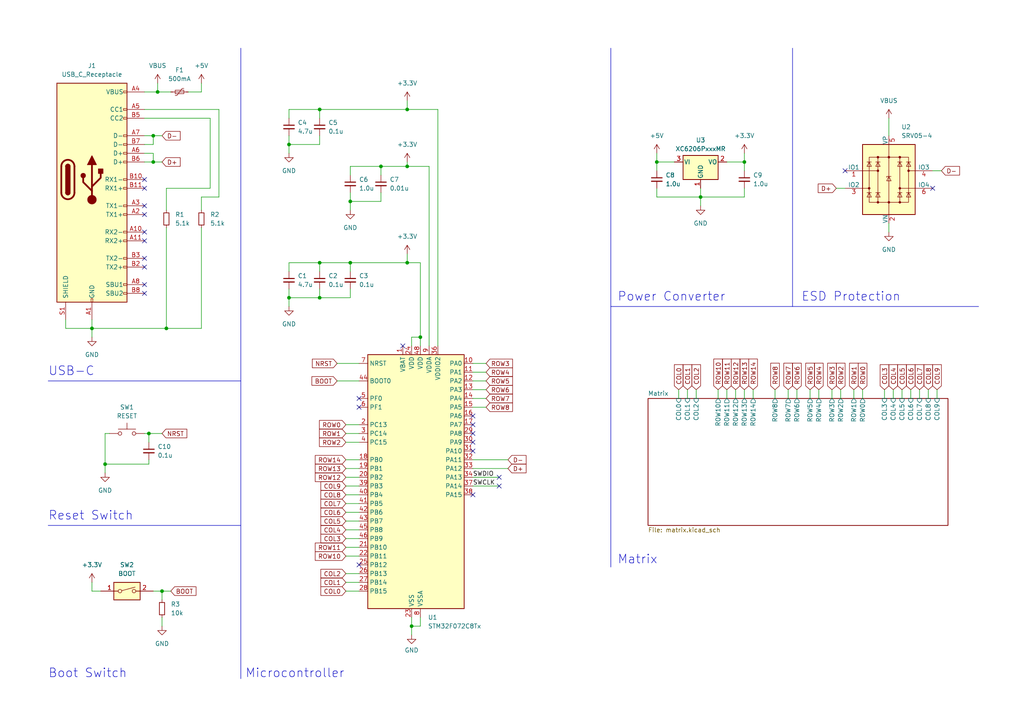
<source format=kicad_sch>
(kicad_sch (version 20230121) (generator eeschema)
  (paper "A4")
  (title_block (title "Intfield77") (date "2023-08-15") (rev "1.0"))
  (lib_symbols
    (symbol "Connector:USB_C_Receptacle" (pin_names (offset 1.016))
      (property "Reference" "J" (at -10.16 29.21 0))
      (property "Value" "USB_C_Receptacle" (at 10.16 29.21 0))
      (symbol "USB_C_Receptacle_0_0"
        (rectangle (start -0.254 -35.56) (end 0.254 -34.544))
        (rectangle (start 10.16 -32.766) (end 9.144 -33.274))
        (rectangle (start 10.16 -30.226) (end 9.144 -30.734))
        (rectangle (start 10.16 -25.146) (end 9.144 -25.654))
        (rectangle (start 10.16 -22.606) (end 9.144 -23.114))
        (rectangle (start 10.16 -17.526) (end 9.144 -18.034))
        (rectangle (start 10.16 -14.986) (end 9.144 -15.494))
        (rectangle (start 10.16 -9.906) (end 9.144 -10.414))
        (rectangle (start 10.16 -7.366) (end 9.144 -7.874))
        (rectangle (start 10.16 -2.286) (end 9.144 -2.794))
        (rectangle (start 10.16 0.254) (end 9.144 -0.254))
        (rectangle (start 10.16 5.334) (end 9.144 4.826))
        (rectangle (start 10.16 7.874) (end 9.144 7.366))
        (rectangle (start 10.16 10.414) (end 9.144 9.906))
        (rectangle (start 10.16 12.954) (end 9.144 12.446))
        (rectangle (start 10.16 18.034) (end 9.144 17.526))
        (rectangle (start 10.16 20.574) (end 9.144 20.066))
        (rectangle (start 10.16 25.654) (end 9.144 25.146))
      )
      (symbol "USB_C_Receptacle_0_1"
        (rectangle (start -10.16 27.94) (end 10.16 -35.56) (stroke (width 0.254)) (fill (type background)))
        (arc (start -8.89 -3.81) (mid -6.985 -5.7067) (end -5.08 -3.81) (stroke (width 0.508)))
        (arc (start -7.62 -3.81) (mid -6.985 -4.4423) (end -6.35 -3.81) (stroke (width 0.254)))
        (arc (start -7.62 -3.81) (mid -6.985 -4.4423) (end -6.35 -3.81) (stroke (width 0.254)) (fill (type outline)))
        (rectangle (start -7.62 -3.81) (end -6.35 3.81) (stroke (width 0.254)) (fill (type outline)))
        (arc (start -6.35 3.81) (mid -6.985 4.4423) (end -7.62 3.81) (stroke (width 0.254)))
        (arc (start -6.35 3.81) (mid -6.985 4.4423) (end -7.62 3.81) (stroke (width 0.254)) (fill (type outline)))
        (arc (start -5.08 3.81) (mid -6.985 5.7067) (end -8.89 3.81) (stroke (width 0.508)))
        (polyline (pts (xy -8.89 -3.81) (xy -8.89 3.81)) (stroke (width 0.508)))
        (polyline (pts (xy -5.08 3.81) (xy -5.08 -3.81)) (stroke (width 0.508)))
      )
      (symbol "USB_C_Receptacle_1_1"
        (circle (center -2.54 1.143) (radius 0.635) (stroke (width 0.254)) (fill (type outline)))
        (circle (center 0 -5.842) (radius 1.27) (fill (type outline)))
        (polyline (pts (xy 0 -5.842) (xy 0 4.318)) (stroke (width 0.508)))
        (polyline (pts (xy 0 -3.302) (xy -2.54 -0.762) (xy -2.54 0.508)) (stroke (width 0.508)))
        (polyline (pts (xy 0 -2.032) (xy 2.54 0.508) (xy 2.54 1.778)) (stroke (width 0.508)))
        (polyline (pts (xy -1.27 4.318) (xy 0 6.858) (xy 1.27 4.318) (xy -1.27 4.318)) (stroke (width 0.254)) (fill (type outline)))
        (rectangle (start 1.905 1.778) (end 3.175 3.048) (stroke (width 0.254)) (fill (type outline)))
        (pin passive line (at 0 -40.64 90) (length 5.08) (name "GND") (number "A1"))
        (pin bidirectional line (at 15.24 -15.24 180) (length 5.08) (name "RX2-") (number "A10"))
        (pin bidirectional line (at 15.24 -17.78 180) (length 5.08) (name "RX2+") (number "A11"))
        (pin passive line (at 0 -40.64 90) (length 5.08) hide (name "GND") (number "A12"))
        (pin bidirectional line (at 15.24 -10.16 180) (length 5.08) (name "TX1+") (number "A2"))
        (pin bidirectional line (at 15.24 -7.62 180) (length 5.08) (name "TX1-") (number "A3"))
        (pin passive line (at 15.24 25.4 180) (length 5.08) (name "VBUS") (number "A4"))
        (pin bidirectional line (at 15.24 20.32 180) (length 5.08) (name "CC1") (number "A5"))
        (pin bidirectional line (at 15.24 7.62 180) (length 5.08) (name "D+") (number "A6"))
        (pin bidirectional line (at 15.24 12.7 180) (length 5.08) (name "D-") (number "A7"))
        (pin bidirectional line (at 15.24 -30.48 180) (length 5.08) (name "SBU1") (number "A8"))
        (pin passive line (at 15.24 25.4 180) (length 5.08) hide (name "VBUS") (number "A9"))
        (pin passive line (at 0 -40.64 90) (length 5.08) hide (name "GND") (number "B1"))
        (pin bidirectional line (at 15.24 0 180) (length 5.08) (name "RX1-") (number "B10"))
        (pin bidirectional line (at 15.24 -2.54 180) (length 5.08) (name "RX1+") (number "B11"))
        (pin passive line (at 0 -40.64 90) (length 5.08) hide (name "GND") (number "B12"))
        (pin bidirectional line (at 15.24 -25.4 180) (length 5.08) (name "TX2+") (number "B2"))
        (pin bidirectional line (at 15.24 -22.86 180) (length 5.08) (name "TX2-") (number "B3"))
        (pin passive line (at 15.24 25.4 180) (length 5.08) hide (name "VBUS") (number "B4"))
        (pin bidirectional line (at 15.24 17.78 180) (length 5.08) (name "CC2") (number "B5"))
        (pin bidirectional line (at 15.24 5.08 180) (length 5.08) (name "D+") (number "B6"))
        (pin bidirectional line (at 15.24 10.16 180) (length 5.08) (name "D-") (number "B7"))
        (pin bidirectional line (at 15.24 -33.02 180) (length 5.08) (name "SBU2") (number "B8"))
        (pin passive line (at 15.24 25.4 180) (length 5.08) hide (name "VBUS") (number "B9"))
        (pin passive line (at -7.62 -40.64 90) (length 5.08) (name "SHIELD") (number "S1"))
      )
    )
    (symbol "Device:C_Small" (pin_numbers hide) (pin_names (offset 0.254) hide)
      (property "Reference" "C" (at 0.254 1.778 0))
      (property "Value" "C_Small" (at 0.254 -2.032 0))
      (symbol "C_Small_0_1"
        (polyline (pts (xy -1.524 -0.508) (xy 1.524 -0.508)) (stroke (width 0.3302)))
        (polyline (pts (xy -1.524 0.508) (xy 1.524 0.508)) (stroke (width 0.3048)))
      )
      (symbol "C_Small_1_1"
        (pin passive line (at 0 2.54 270) (length 2.032) (name "~") (number "1"))
        (pin passive line (at 0 -2.54 90) (length 2.032) (name "~") (number "2"))
      )
    )
    (symbol "Device:Polyfuse_Small" (pin_numbers hide) (pin_names (offset 0))
      (property "Reference" "F" (at -1.905 0 90))
      (property "Value" "Polyfuse_Small" (at 1.905 0 90))
      (symbol "Polyfuse_Small_0_1"
        (rectangle (start -0.508 1.27) (end 0.508 -1.27))
        (polyline (pts (xy 0 2.54) (xy 0 -2.54)))
        (polyline (pts (xy -1.016 1.27) (xy -1.016 0.762) (xy 1.016 -0.762) (xy 1.016 -1.27)))
      )
      (symbol "Polyfuse_Small_1_1"
        (pin passive line (at 0 2.54 270) (length 0.635) (name "~") (number "1"))
        (pin passive line (at 0 -2.54 90) (length 0.635) (name "~") (number "2"))
      )
    )
    (symbol "Device:R_Small" (pin_numbers hide) (pin_names (offset 0.254) hide)
      (property "Reference" "R" (at 0.762 0.508 0))
      (property "Value" "R_Small" (at 0.762 -1.016 0))
      (symbol "R_Small_0_1"
        (rectangle (start -0.762 1.778) (end 0.762 -1.778) (stroke (width 0.2032)))
      )
      (symbol "R_Small_1_1"
        (pin passive line (at 0 2.54 270) (length 0.762) (name "~") (number "1"))
        (pin passive line (at 0 -2.54 90) (length 0.762) (name "~") (number "2"))
      )
    )
    (symbol "MCU_ST_STM32F0:STM32F072C8Tx"
      (property "Reference" "U" (at -12.7 39.37 0))
      (property "Value" "STM32F072C8Tx" (at 10.16 39.37 0))
      (symbol "STM32F072C8Tx_0_1"
        (rectangle (start -12.7 -35.56) (end 15.24 38.1) (stroke (width 0.254)) (fill (type background)))
      )
      (symbol "STM32F072C8Tx_1_1"
        (pin power_in line (at -2.54 40.64 270) (length 2.54) (name "VBAT") (number "1"))
        (pin bidirectional line (at 17.78 35.56 180) (length 2.54) (name "PA0") (number "10"))
        (pin bidirectional line (at 17.78 33.02 180) (length 2.54) (name "PA1") (number "11"))
        (pin bidirectional line (at 17.78 30.48 180) (length 2.54) (name "PA2") (number "12"))
        (pin bidirectional line (at 17.78 27.94 180) (length 2.54) (name "PA3") (number "13"))
        (pin bidirectional line (at 17.78 25.4 180) (length 2.54) (name "PA4") (number "14"))
        (pin bidirectional line (at 17.78 22.86 180) (length 2.54) (name "PA5") (number "15"))
        (pin bidirectional line (at 17.78 20.32 180) (length 2.54) (name "PA6") (number "16"))
        (pin bidirectional line (at 17.78 17.78 180) (length 2.54) (name "PA7") (number "17"))
        (pin bidirectional line (at -15.24 7.62 0) (length 2.54) (name "PB0") (number "18"))
        (pin bidirectional line (at -15.24 5.08 0) (length 2.54) (name "PB1") (number "19"))
        (pin bidirectional line (at -15.24 17.78 0) (length 2.54) (name "PC13") (number "2"))
        (pin bidirectional line (at -15.24 2.54 0) (length 2.54) (name "PB2") (number "20"))
        (pin bidirectional line (at -15.24 -17.78 0) (length 2.54) (name "PB10") (number "21"))
        (pin bidirectional line (at -15.24 -20.32 0) (length 2.54) (name "PB11") (number "22"))
        (pin power_in line (at 0 -38.1 90) (length 2.54) (name "VSS") (number "23"))
        (pin power_in line (at 0 40.64 270) (length 2.54) (name "VDD") (number "24"))
        (pin bidirectional line (at -15.24 -22.86 0) (length 2.54) (name "PB12") (number "25"))
        (pin bidirectional line (at -15.24 -25.4 0) (length 2.54) (name "PB13") (number "26"))
        (pin bidirectional line (at -15.24 -27.94 0) (length 2.54) (name "PB14") (number "27"))
        (pin bidirectional line (at -15.24 -30.48 0) (length 2.54) (name "PB15") (number "28"))
        (pin bidirectional line (at 17.78 15.24 180) (length 2.54) (name "PA8") (number "29"))
        (pin bidirectional line (at -15.24 15.24 0) (length 2.54) (name "PC14") (number "3"))
        (pin bidirectional line (at 17.78 12.7 180) (length 2.54) (name "PA9") (number "30"))
        (pin bidirectional line (at 17.78 10.16 180) (length 2.54) (name "PA10") (number "31"))
        (pin bidirectional line (at 17.78 7.62 180) (length 2.54) (name "PA11") (number "32"))
        (pin bidirectional line (at 17.78 5.08 180) (length 2.54) (name "PA12") (number "33"))
        (pin bidirectional line (at 17.78 2.54 180) (length 2.54) (name "PA13") (number "34"))
        (pin passive line (at 0 -38.1 90) (length 2.54) hide (name "VSS") (number "35"))
        (pin power_in line (at 7.62 40.64 270) (length 2.54) (name "VDDIO2") (number "36"))
        (pin bidirectional line (at 17.78 0 180) (length 2.54) (name "PA14") (number "37"))
        (pin bidirectional line (at 17.78 -2.54 180) (length 2.54) (name "PA15") (number "38"))
        (pin bidirectional line (at -15.24 0 0) (length 2.54) (name "PB3") (number "39"))
        (pin bidirectional line (at -15.24 12.7 0) (length 2.54) (name "PC15") (number "4"))
        (pin bidirectional line (at -15.24 -2.54 0) (length 2.54) (name "PB4") (number "40"))
        (pin bidirectional line (at -15.24 -5.08 0) (length 2.54) (name "PB5") (number "41"))
        (pin bidirectional line (at -15.24 -7.62 0) (length 2.54) (name "PB6") (number "42"))
        (pin bidirectional line (at -15.24 -10.16 0) (length 2.54) (name "PB7") (number "43"))
        (pin input line (at -15.24 30.48 0) (length 2.54) (name "BOOT0") (number "44"))
        (pin bidirectional line (at -15.24 -12.7 0) (length 2.54) (name "PB8") (number "45"))
        (pin bidirectional line (at -15.24 -15.24 0) (length 2.54) (name "PB9") (number "46"))
        (pin passive line (at 0 -38.1 90) (length 2.54) hide (name "VSS") (number "47"))
        (pin power_in line (at 2.54 40.64 270) (length 2.54) (name "VDD") (number "48"))
        (pin bidirectional line (at -15.24 25.4 0) (length 2.54) (name "PF0") (number "5"))
        (pin bidirectional line (at -15.24 22.86 0) (length 2.54) (name "PF1") (number "6"))
        (pin input line (at -15.24 35.56 0) (length 2.54) (name "NRST") (number "7"))
        (pin power_in line (at 2.54 -38.1 90) (length 2.54) (name "VSSA") (number "8"))
        (pin power_in line (at 5.08 40.64 270) (length 2.54) (name "VDDA") (number "9"))
      )
    )
    (symbol "Power_Protection:SRV05-4" (pin_names (offset 0))
      (property "Reference" "U" (at -5.08 11.43 0))
      (property "Value" "SRV05-4" (at 2.54 11.43 0))
      (symbol "SRV05-4_0_0"
        (rectangle (start -5.715 6.477) (end 5.715 -6.604))
        (polyline (pts (xy -3.175 -6.604) (xy -3.175 6.477)))
        (polyline (pts (xy 3.175 6.477) (xy 3.175 -6.604)))
      )
      (symbol "SRV05-4_0_1"
        (rectangle (start -7.62 10.16) (end 7.62 -10.16) (stroke (width 0.254)) (fill (type background)))
        (circle (center -5.715 -2.54) (radius 0.2794) (fill (type outline)))
        (circle (center -3.175 -6.604) (radius 0.2794) (fill (type outline)))
        (circle (center -3.175 2.54) (radius 0.2794) (fill (type outline)))
        (circle (center -3.175 6.477) (radius 0.2794) (fill (type outline)))
        (circle (center 0 -6.604) (radius 0.2794) (fill (type outline)))
        (polyline (pts (xy -7.747 2.54) (xy -3.175 2.54)))
        (polyline (pts (xy -7.62 -2.54) (xy -5.715 -2.54)))
        (polyline (pts (xy -5.08 -3.81) (xy -6.35 -3.81)))
        (polyline (pts (xy -5.08 5.08) (xy -6.35 5.08)))
        (polyline (pts (xy -2.54 -3.81) (xy -3.81 -3.81)))
        (polyline (pts (xy -2.54 5.08) (xy -3.81 5.08)))
        (polyline (pts (xy 0 10.16) (xy 0 -10.16)))
        (polyline (pts (xy 3.81 -3.81) (xy 2.54 -3.81)))
        (polyline (pts (xy 3.81 5.08) (xy 2.54 5.08)))
        (polyline (pts (xy 6.35 -3.81) (xy 5.08 -3.81)))
        (polyline (pts (xy 6.35 5.08) (xy 5.08 5.08)))
        (polyline (pts (xy 7.62 -2.54) (xy 3.175 -2.54)))
        (polyline (pts (xy 7.62 2.54) (xy 5.715 2.54)))
        (polyline (pts (xy 0.635 0.889) (xy -0.635 0.889) (xy -0.635 0.635)))
        (polyline (pts (xy -5.08 -5.08) (xy -6.35 -5.08) (xy -5.715 -3.81) (xy -5.08 -5.08)))
        (polyline (pts (xy -5.08 3.81) (xy -6.35 3.81) (xy -5.715 5.08) (xy -5.08 3.81)))
        (polyline (pts (xy -2.54 -5.08) (xy -3.81 -5.08) (xy -3.175 -3.81) (xy -2.54 -5.08)))
        (polyline (pts (xy -2.54 3.81) (xy -3.81 3.81) (xy -3.175 5.08) (xy -2.54 3.81)))
        (polyline (pts (xy 0.635 -0.381) (xy -0.635 -0.381) (xy 0 0.889) (xy 0.635 -0.381)))
        (polyline (pts (xy 3.81 -5.08) (xy 2.54 -5.08) (xy 3.175 -3.81) (xy 3.81 -5.08)))
        (polyline (pts (xy 3.81 3.81) (xy 2.54 3.81) (xy 3.175 5.08) (xy 3.81 3.81)))
        (polyline (pts (xy 6.35 -5.08) (xy 5.08 -5.08) (xy 5.715 -3.81) (xy 6.35 -5.08)))
        (polyline (pts (xy 6.35 3.81) (xy 5.08 3.81) (xy 5.715 5.08) (xy 6.35 3.81)))
        (circle (center 0 6.477) (radius 0.2794) (fill (type outline)))
        (circle (center 3.175 -6.604) (radius 0.2794) (fill (type outline)))
        (circle (center 3.175 -2.54) (radius 0.2794) (fill (type outline)))
        (circle (center 3.175 6.477) (radius 0.2794) (fill (type outline)))
        (circle (center 5.715 2.54) (radius 0.2794) (fill (type outline)))
      )
      (symbol "SRV05-4_1_1"
        (pin passive line (at -12.7 2.54 0) (length 5.08) (name "IO1") (number "1"))
        (pin passive line (at 0 -12.7 90) (length 2.54) (name "VN") (number "2"))
        (pin passive line (at -12.7 -2.54 0) (length 5.08) (name "IO2") (number "3"))
        (pin passive line (at 12.7 2.54 180) (length 5.08) (name "IO3") (number "4"))
        (pin passive line (at 0 12.7 270) (length 2.54) (name "VP") (number "5"))
        (pin passive line (at 12.7 -2.54 180) (length 5.08) (name "IO4") (number "6"))
      )
    )
    (symbol "Regulator_Linear:XC6206PxxxMR" (pin_names (offset 0.254))
      (property "Reference" "U" (at -3.81 3.175 0))
      (property "Value" "XC6206PxxxMR" (at 0 3.175 0))
      (symbol "XC6206PxxxMR_0_1"
        (rectangle (start -5.08 1.905) (end 5.08 -5.08) (stroke (width 0.254)) (fill (type background)))
      )
      (symbol "XC6206PxxxMR_1_1"
        (pin power_in line (at 0 -7.62 90) (length 2.54) (name "GND") (number "1"))
        (pin power_out line (at 7.62 0 180) (length 2.54) (name "VO") (number "2"))
        (pin power_in line (at -7.62 0 0) (length 2.54) (name "VI") (number "3"))
      )
    )
    (symbol "Switch:SW_DIP_x01" (pin_names (offset 0) hide)
      (property "Reference" "SW" (at 0 3.81 0))
      (property "Value" "SW_DIP_x01" (at 0 -3.81 0))
      (symbol "SW_DIP_x01_0_0"
        (circle (center -2.032 0) (radius 0.508))
        (polyline (pts (xy -1.524 0.127) (xy 2.3622 1.1684)))
        (circle (center 2.032 0) (radius 0.508))
      )
      (symbol "SW_DIP_x01_0_1"
        (rectangle (start -3.81 2.54) (end 3.81 -2.54) (stroke (width 0.254)) (fill (type background)))
      )
      (symbol "SW_DIP_x01_1_1"
        (pin passive line (at -7.62 0 0) (length 5.08) (name "~") (number "1"))
        (pin passive line (at 7.62 0 180) (length 5.08) (name "~") (number "2"))
      )
    )
    (symbol "Switch:SW_Push" (pin_numbers hide) (pin_names (offset 1.016) hide)
      (property "Reference" "SW" (at 1.27 2.54 0))
      (property "Value" "SW_Push" (at 0 -1.524 0))
      (symbol "SW_Push_0_1"
        (circle (center -2.032 0) (radius 0.508))
        (polyline (pts (xy 0 1.27) (xy 0 3.048)))
        (polyline (pts (xy 2.54 1.27) (xy -2.54 1.27)))
        (circle (center 2.032 0) (radius 0.508))
        (pin passive line (at -5.08 0 0) (length 2.54) (name "1") (number "1"))
        (pin passive line (at 5.08 0 180) (length 2.54) (name "2") (number "2"))
      )
    )
    (symbol "power:+3.3V" (power) (pin_names (offset 0))
      (property "Value" "+3.3V" (at 0 3.556 0))
      (symbol "+3.3V_0_1"
        (polyline (pts (xy -0.762 1.27) (xy 0 2.54)))
        (polyline (pts (xy 0 0) (xy 0 2.54)))
        (polyline (pts (xy 0 2.54) (xy 0.762 1.27)))
      )
      (symbol "+3.3V_1_1"
        (pin power_in line (at 0 0 90) (length 0) hide (name "+3.3V") (number "1"))
      )
    )
    (symbol "power:+5V" (power) (pin_names (offset 0))
      (property "Value" "+5V" (at 0 3.556 0))
      (symbol "+5V_0_1"
        (polyline (pts (xy -0.762 1.27) (xy 0 2.54)))
        (polyline (pts (xy 0 0) (xy 0 2.54)))
        (polyline (pts (xy 0 2.54) (xy 0.762 1.27)))
      )
      (symbol "+5V_1_1"
        (pin power_in line (at 0 0 90) (length 0) hide (name "+5V") (number "1"))
      )
    )
    (symbol "power:GND" (power) (pin_names (offset 0))
      (property "Value" "GND" (at 0 -3.81 0))
      (symbol "GND_0_1"
        (polyline (pts (xy 0 0) (xy 0 -1.27) (xy 1.27 -1.27) (xy 0 -2.54) (xy -1.27 -1.27) (xy 0 -1.27)))
      )
      (symbol "GND_1_1"
        (pin power_in line (at 0 0 270) (length 0) hide (name "GND") (number "1"))
      )
    )
    (symbol "power:VBUS" (power) (pin_names (offset 0))
      (property "Value" "VBUS" (at 0 3.81 0))
      (symbol "VBUS_0_1"
        (polyline (pts (xy -0.762 1.27) (xy 0 2.54)))
        (polyline (pts (xy 0 0) (xy 0 2.54)))
        (polyline (pts (xy 0 2.54) (xy 0.762 1.27)))
      )
      (symbol "VBUS_1_1"
        (pin power_in line (at 0 0 90) (length 0) hide (name "VBUS") (number "1"))
      )
    )
  )
  (junction (at 46.99 171.45))
  (junction (at 92.71 86.36))
  (junction (at 30.48 134.62))
  (junction (at 203.2 57.15))
  (junction (at 45.72 26.67))
  (junction (at 190.5 46.99))
  (junction (at 110.49 48.26))
  (junction (at 121.92 97.79))
  (junction (at 215.9 46.99))
  (junction (at 26.67 95.25))
  (junction (at 44.45 39.37))
  (junction (at 92.71 76.2))
  (junction (at 118.11 31.75))
  (junction (at 101.6 58.42))
  (junction (at 92.71 31.75))
  (junction (at 118.11 76.2))
  (junction (at 119.38 181.61))
  (junction (at 43.18 125.73))
  (junction (at 44.45 46.99))
  (junction (at 118.11 48.26))
  (junction (at 83.82 41.91))
  (junction (at 48.26 95.25))
  (junction (at 101.6 76.2))
  (junction (at 83.82 86.36))
  (no_connect (at 245.11 49.53))
  (no_connect (at 137.16 128.27))
  (no_connect (at 41.91 67.31))
  (no_connect (at 41.91 82.55))
  (no_connect (at 41.91 77.47))
  (no_connect (at 41.91 62.23))
  (no_connect (at 41.91 74.93))
  (no_connect (at 104.14 115.57))
  (no_connect (at 144.78 138.43))
  (no_connect (at 41.91 85.09))
  (no_connect (at 137.16 143.51))
  (no_connect (at 137.16 130.81))
  (no_connect (at 137.16 123.19))
  (no_connect (at 137.16 120.65))
  (no_connect (at 270.51 54.61))
  (no_connect (at 41.91 69.85))
  (no_connect (at 104.14 163.83))
  (no_connect (at 41.91 59.69))
  (no_connect (at 144.78 140.97))
  (no_connect (at 41.91 54.61))
  (no_connect (at 137.16 125.73))
  (no_connect (at 116.84 100.33))
  (no_connect (at 104.14 118.11))
  (no_connect (at 41.91 52.07))
  (wire (pts (xy 101.6 76.2) (xy 92.71 76.2)))
  (wire (pts (xy 41.91 44.45) (xy 44.45 44.45)))
  (wire (pts (xy 43.18 133.35) (xy 43.18 134.62)))
  (wire (pts (xy 45.72 26.67) (xy 49.53 26.67)))
  (polyline (pts (xy 69.85 196.85) (xy 69.85 13.97)))
  (wire (pts (xy 201.93 113.03) (xy 201.93 115.57)))
  (wire (pts (xy 100.33 135.89) (xy 104.14 135.89)))
  (wire (pts (xy 41.91 41.91) (xy 44.45 41.91)))
  (wire (pts (xy 100.33 133.35) (xy 104.14 133.35)))
  (wire (pts (xy 137.16 115.57) (xy 140.97 115.57)))
  (wire (pts (xy 110.49 48.26) (xy 101.6 48.26)))
  (wire (pts (xy 83.82 39.37) (xy 83.82 41.91)))
  (wire (pts (xy 100.33 171.45) (xy 104.14 171.45)))
  (wire (pts (xy 26.67 168.91) (xy 26.67 171.45)))
  (wire (pts (xy 48.26 54.61) (xy 60.96 54.61)))
  (wire (pts (xy 137.16 135.89) (xy 147.32 135.89)))
  (polyline (pts (xy 13.97 110.49) (xy 69.85 110.49)))
  (wire (pts (xy 203.2 57.15) (xy 215.9 57.15)))
  (wire (pts (xy 44.45 171.45) (xy 46.99 171.45)))
  (wire (pts (xy 83.82 76.2) (xy 92.71 76.2)))
  (wire (pts (xy 41.91 26.67) (xy 45.72 26.67)))
  (wire (pts (xy 264.16 113.03) (xy 264.16 115.57)))
  (wire (pts (xy 215.9 46.99) (xy 215.9 44.45)))
  (wire (pts (xy 250.19 113.03) (xy 250.19 115.57)))
  (wire (pts (xy 92.71 41.91) (xy 83.82 41.91)))
  (wire (pts (xy 242.57 54.61) (xy 245.11 54.61)))
  (wire (pts (xy 203.2 54.61) (xy 203.2 57.15)))
  (wire (pts (xy 261.62 113.03) (xy 261.62 115.57)))
  (wire (pts (xy 137.16 140.97) (xy 144.78 140.97)))
  (wire (pts (xy 257.81 64.77) (xy 257.81 67.31)))
  (wire (pts (xy 60.96 34.29) (xy 41.91 34.29)))
  (wire (pts (xy 137.16 138.43) (xy 144.78 138.43)))
  (wire (pts (xy 231.14 113.03) (xy 231.14 115.57)))
  (wire (pts (xy 259.08 113.03) (xy 259.08 115.57)))
  (wire (pts (xy 121.92 97.79) (xy 121.92 100.33)))
  (wire (pts (xy 44.45 46.99) (xy 46.99 46.99)))
  (wire (pts (xy 270.51 49.53) (xy 273.05 49.53)))
  (wire (pts (xy 110.49 55.88) (xy 110.49 58.42)))
  (wire (pts (xy 100.33 166.37) (xy 104.14 166.37)))
  (wire (pts (xy 208.28 113.03) (xy 208.28 115.57)))
  (wire (pts (xy 110.49 50.8) (xy 110.49 48.26)))
  (polyline (pts (xy 177.165 88.9) (xy 177.165 164.465)))
  (wire (pts (xy 100.33 161.29) (xy 104.14 161.29)))
  (wire (pts (xy 121.92 76.2) (xy 121.92 97.79)))
  (wire (pts (xy 54.61 26.67) (xy 58.42 26.67)))
  (wire (pts (xy 100.33 156.21) (xy 104.14 156.21)))
  (polyline (pts (xy 177.165 88.9) (xy 283.845 88.9)))
  (wire (pts (xy 127 31.75) (xy 127 100.33)))
  (wire (pts (xy 30.48 137.16) (xy 30.48 134.62)))
  (wire (pts (xy 83.82 31.75) (xy 92.71 31.75)))
  (wire (pts (xy 271.78 113.03) (xy 271.78 115.57)))
  (wire (pts (xy 101.6 58.42) (xy 101.6 60.96)))
  (wire (pts (xy 218.44 113.03) (xy 218.44 115.57)))
  (wire (pts (xy 256.54 113.03) (xy 256.54 115.57)))
  (wire (pts (xy 30.48 134.62) (xy 43.18 134.62)))
  (wire (pts (xy 119.38 181.61) (xy 121.92 181.61)))
  (wire (pts (xy 100.33 151.13) (xy 104.14 151.13)))
  (wire (pts (xy 110.49 48.26) (xy 118.11 48.26)))
  (wire (pts (xy 26.67 95.25) (xy 48.26 95.25)))
  (wire (pts (xy 119.38 179.07) (xy 119.38 181.61)))
  (wire (pts (xy 196.85 113.03) (xy 196.85 115.57)))
  (wire (pts (xy 118.11 73.66) (xy 118.11 76.2)))
  (wire (pts (xy 101.6 76.2) (xy 118.11 76.2)))
  (wire (pts (xy 266.7 113.03) (xy 266.7 115.57)))
  (wire (pts (xy 101.6 55.88) (xy 101.6 58.42)))
  (wire (pts (xy 48.26 95.25) (xy 48.26 66.04)))
  (wire (pts (xy 46.99 171.45) (xy 46.99 173.99)))
  (wire (pts (xy 137.16 113.03) (xy 140.97 113.03)))
  (wire (pts (xy 100.33 140.97) (xy 104.14 140.97)))
  (wire (pts (xy 257.81 34.29) (xy 257.81 39.37)))
  (wire (pts (xy 118.11 76.2) (xy 121.92 76.2)))
  (wire (pts (xy 83.82 83.82) (xy 83.82 86.36)))
  (wire (pts (xy 92.71 86.36) (xy 101.6 86.36)))
  (wire (pts (xy 118.11 31.75) (xy 127 31.75)))
  (wire (pts (xy 237.49 113.03) (xy 237.49 115.57)))
  (wire (pts (xy 215.9 113.03) (xy 215.9 115.57)))
  (wire (pts (xy 43.18 128.27) (xy 43.18 125.73)))
  (wire (pts (xy 30.48 125.73) (xy 31.75 125.73)))
  (wire (pts (xy 83.82 31.75) (xy 83.82 34.29)))
  (wire (pts (xy 118.11 48.26) (xy 118.11 46.99)))
  (wire (pts (xy 100.33 153.67) (xy 104.14 153.67)))
  (wire (pts (xy 190.5 57.15) (xy 190.5 54.61)))
  (wire (pts (xy 228.6 113.03) (xy 228.6 115.57)))
  (wire (pts (xy 44.45 39.37) (xy 46.99 39.37)))
  (wire (pts (xy 92.71 83.82) (xy 92.71 86.36)))
  (wire (pts (xy 119.38 181.61) (xy 119.38 184.15)))
  (wire (pts (xy 41.91 46.99) (xy 44.45 46.99)))
  (wire (pts (xy 101.6 58.42) (xy 110.49 58.42)))
  (wire (pts (xy 210.82 46.99) (xy 215.9 46.99)))
  (wire (pts (xy 26.67 95.25) (xy 26.67 97.79)))
  (wire (pts (xy 92.71 39.37) (xy 92.71 41.91)))
  (polyline (pts (xy 13.97 152.4) (xy 69.85 152.4)))
  (wire (pts (xy 48.26 95.25) (xy 58.42 95.25)))
  (wire (pts (xy 101.6 83.82) (xy 101.6 86.36)))
  (wire (pts (xy 101.6 76.2) (xy 101.6 78.74)))
  (wire (pts (xy 190.5 46.99) (xy 190.5 49.53)))
  (wire (pts (xy 210.82 113.03) (xy 210.82 115.57)))
  (wire (pts (xy 19.05 95.25) (xy 26.67 95.25)))
  (wire (pts (xy 137.16 133.35) (xy 147.32 133.35)))
  (wire (pts (xy 92.71 76.2) (xy 92.71 78.74)))
  (wire (pts (xy 215.9 57.15) (xy 215.9 54.61)))
  (wire (pts (xy 243.84 113.03) (xy 243.84 115.57)))
  (wire (pts (xy 215.9 46.99) (xy 215.9 49.53)))
  (wire (pts (xy 58.42 57.15) (xy 58.42 60.96)))
  (wire (pts (xy 19.05 92.71) (xy 19.05 95.25)))
  (wire (pts (xy 137.16 107.95) (xy 140.97 107.95)))
  (wire (pts (xy 118.11 29.21) (xy 118.11 31.75)))
  (wire (pts (xy 224.79 113.03) (xy 224.79 115.57)))
  (wire (pts (xy 190.5 44.45) (xy 190.5 46.99)))
  (wire (pts (xy 92.71 86.36) (xy 83.82 86.36)))
  (wire (pts (xy 43.18 125.73) (xy 41.91 125.73)))
  (wire (pts (xy 101.6 50.8) (xy 101.6 48.26)))
  (wire (pts (xy 247.65 113.03) (xy 247.65 115.57)))
  (wire (pts (xy 83.82 41.91) (xy 83.82 44.45)))
  (wire (pts (xy 45.72 24.13) (xy 45.72 26.67)))
  (wire (pts (xy 137.16 118.11) (xy 140.97 118.11)))
  (wire (pts (xy 58.42 66.04) (xy 58.42 95.25)))
  (wire (pts (xy 92.71 34.29) (xy 92.71 31.75)))
  (wire (pts (xy 58.42 24.13) (xy 58.42 26.67)))
  (wire (pts (xy 100.33 143.51) (xy 104.14 143.51)))
  (wire (pts (xy 60.96 34.29) (xy 60.96 54.61)))
  (wire (pts (xy 97.79 110.49) (xy 104.14 110.49)))
  (wire (pts (xy 44.45 44.45) (xy 44.45 46.99)))
  (wire (pts (xy 203.2 57.15) (xy 190.5 57.15)))
  (wire (pts (xy 137.16 110.49) (xy 140.97 110.49)))
  (wire (pts (xy 121.92 97.79) (xy 119.38 97.79)))
  (wire (pts (xy 26.67 171.45) (xy 29.21 171.45)))
  (wire (pts (xy 100.33 138.43) (xy 104.14 138.43)))
  (wire (pts (xy 83.82 78.74) (xy 83.82 76.2)))
  (polyline (pts (xy 177.165 13.97) (xy 177.165 88.9)))
  (wire (pts (xy 97.79 105.41) (xy 104.14 105.41)))
  (wire (pts (xy 46.99 171.45) (xy 49.53 171.45)))
  (wire (pts (xy 203.2 57.15) (xy 203.2 59.69)))
  (wire (pts (xy 100.33 146.05) (xy 104.14 146.05)))
  (wire (pts (xy 92.71 31.75) (xy 118.11 31.75)))
  (wire (pts (xy 269.24 113.03) (xy 269.24 115.57)))
  (wire (pts (xy 63.5 31.75) (xy 41.91 31.75)))
  (wire (pts (xy 58.42 57.15) (xy 63.5 57.15)))
  (polyline (pts (xy 229.87 13.97) (xy 229.87 88.9)))
  (wire (pts (xy 137.16 105.41) (xy 140.97 105.41)))
  (wire (pts (xy 100.33 168.91) (xy 104.14 168.91)))
  (wire (pts (xy 44.45 39.37) (xy 44.45 41.91)))
  (wire (pts (xy 118.11 48.26) (xy 124.46 48.26)))
  (wire (pts (xy 213.36 113.03) (xy 213.36 115.57)))
  (wire (pts (xy 46.99 179.07) (xy 46.99 181.61)))
  (wire (pts (xy 83.82 86.36) (xy 83.82 88.9)))
  (wire (pts (xy 30.48 134.62) (xy 30.48 125.73)))
  (wire (pts (xy 199.39 113.03) (xy 199.39 115.57)))
  (wire (pts (xy 124.46 48.26) (xy 124.46 100.33)))
  (wire (pts (xy 63.5 31.75) (xy 63.5 57.15)))
  (wire (pts (xy 43.18 125.73) (xy 46.99 125.73)))
  (wire (pts (xy 190.5 46.99) (xy 195.58 46.99)))
  (wire (pts (xy 121.92 179.07) (xy 121.92 181.61)))
  (wire (pts (xy 41.91 39.37) (xy 44.45 39.37)))
  (wire (pts (xy 234.95 113.03) (xy 234.95 115.57)))
  (wire (pts (xy 48.26 54.61) (xy 48.26 60.96)))
  (wire (pts (xy 241.3 113.03) (xy 241.3 115.57)))
  (wire (pts (xy 100.33 128.27) (xy 104.14 128.27)))
  (wire (pts (xy 100.33 158.75) (xy 104.14 158.75)))
  (wire (pts (xy 119.38 97.79) (xy 119.38 100.33)))
  (wire (pts (xy 100.33 148.59) (xy 104.14 148.59)))
  (wire (pts (xy 100.33 123.19) (xy 104.14 123.19)))
  (wire (pts (xy 26.67 92.71) (xy 26.67 95.25)))
  (wire (pts (xy 100.33 125.73) (xy 104.14 125.73)))
  (text "Boot Switch" (at 13.97 196.85 0) (effects (font (size 2.54 2.54)) (justify left bottom)))
  (text "Power Converter" (at 179.07 87.63 0) (effects (font (size 2.54 2.54)) (justify left bottom)))
  (text "Matrix" (at 179.07 163.83 0) (effects (font (size 2.54 2.54)) (justify left bottom)))
  (text "Reset Switch" (at 13.97 151.13 0) (effects (font (size 2.54 2.54)) (justify left bottom)))
  (text "USB-C" (at 13.97 109.22 0) (effects (font (size 2.54 2.54)) (justify left bottom)))
  (text "Microcontroller" (at 71.12 196.85 0) (effects (font (size 2.54 2.54)) (justify left bottom)))
  (text "ESD Protection" (at 232.41 87.63 0) (effects (font (size 2.54 2.54)) (justify left bottom)))
  (label "SWDIO" (at 137.16 138.43 0))
  (label "SWCLK" (at 137.16 140.97 0))
  (global_label "ROW7" (shape input) (at 228.6 113.03 90) (property "Intersheetrefs" "${INTERSHEET_REFS}" (effects hide)))
  (global_label "D-" (shape input) (at 147.32 133.35 0) (property "Intersheetrefs" "${INTERSHEET_REFS}" (effects hide)))
  (global_label "COL6" (shape input) (at 264.16 113.03 90) (property "Intersheetrefs" "${INTERSHEET_REFS}" (effects hide)))
  (global_label "NRST" (shape input) (at 46.99 125.73 0) (property "Intersheetrefs" "${INTERSHEET_REFS}" (effects hide)))
  (global_label "ROW1" (shape input) (at 247.65 113.03 90) (property "Intersheetrefs" "${INTERSHEET_REFS}" (effects hide)))
  (global_label "ROW4" (shape input) (at 140.97 107.95 0) (property "Intersheetrefs" "${INTERSHEET_REFS}" (effects hide)))
  (global_label "COL4" (shape input) (at 100.33 153.67 180) (property "Intersheetrefs" "${INTERSHEET_REFS}" (effects hide)))
  (global_label "ROW1" (shape input) (at 100.33 125.73 180) (property "Intersheetrefs" "${INTERSHEET_REFS}" (effects hide)))
  (global_label "COL1" (shape input) (at 199.39 113.03 90) (property "Intersheetrefs" "${INTERSHEET_REFS}" (effects hide)))
  (global_label "D+" (shape input) (at 242.57 54.61 180) (property "Intersheetrefs" "${INTERSHEET_REFS}" (effects hide)))
  (global_label "COL8" (shape input) (at 269.24 113.03 90) (property "Intersheetrefs" "${INTERSHEET_REFS}" (effects hide)))
  (global_label "ROW13" (shape input) (at 100.33 135.89 180) (property "Intersheetrefs" "${INTERSHEET_REFS}" (effects hide)))
  (global_label "COL4" (shape input) (at 259.08 113.03 90) (property "Intersheetrefs" "${INTERSHEET_REFS}" (effects hide)))
  (global_label "ROW14" (shape input) (at 100.33 133.35 180) (property "Intersheetrefs" "${INTERSHEET_REFS}" (effects hide)))
  (global_label "ROW5" (shape input) (at 140.97 110.49 0) (property "Intersheetrefs" "${INTERSHEET_REFS}" (effects hide)))
  (global_label "ROW6" (shape input) (at 231.14 113.03 90) (property "Intersheetrefs" "${INTERSHEET_REFS}" (effects hide)))
  (global_label "BOOT" (shape input) (at 49.53 171.45 0) (property "Intersheetrefs" "${INTERSHEET_REFS}" (effects hide)))
  (global_label "D+" (shape input) (at 147.32 135.89 0) (property "Intersheetrefs" "${INTERSHEET_REFS}" (effects hide)))
  (global_label "COL5" (shape input) (at 261.62 113.03 90) (property "Intersheetrefs" "${INTERSHEET_REFS}" (effects hide)))
  (global_label "ROW4" (shape input) (at 237.49 113.03 90) (property "Intersheetrefs" "${INTERSHEET_REFS}" (effects hide)))
  (global_label "ROW10" (shape input) (at 100.33 161.29 180) (property "Intersheetrefs" "${INTERSHEET_REFS}" (effects hide)))
  (global_label "ROW13" (shape input) (at 215.9 113.03 90) (property "Intersheetrefs" "${INTERSHEET_REFS}" (effects hide)))
  (global_label "BOOT" (shape input) (at 97.79 110.49 180) (property "Intersheetrefs" "${INTERSHEET_REFS}" (effects hide)))
  (global_label "ROW3" (shape input) (at 140.97 105.41 0) (property "Intersheetrefs" "${INTERSHEET_REFS}" (effects hide)))
  (global_label "COL3" (shape input) (at 100.33 156.21 180) (property "Intersheetrefs" "${INTERSHEET_REFS}" (effects hide)))
  (global_label "COL5" (shape input) (at 100.33 151.13 180) (property "Intersheetrefs" "${INTERSHEET_REFS}" (effects hide)))
  (global_label "ROW5" (shape input) (at 234.95 113.03 90) (property "Intersheetrefs" "${INTERSHEET_REFS}" (effects hide)))
  (global_label "ROW11" (shape input) (at 100.33 158.75 180) (property "Intersheetrefs" "${INTERSHEET_REFS}" (effects hide)))
  (global_label "COL2" (shape input) (at 201.93 113.03 90) (property "Intersheetrefs" "${INTERSHEET_REFS}" (effects hide)))
  (global_label "COL3" (shape input) (at 256.54 113.03 90) (property "Intersheetrefs" "${INTERSHEET_REFS}" (effects hide)))
  (global_label "ROW2" (shape input) (at 100.33 128.27 180) (property "Intersheetrefs" "${INTERSHEET_REFS}" (effects hide)))
  (global_label "ROW6" (shape input) (at 140.97 113.03 0) (property "Intersheetrefs" "${INTERSHEET_REFS}" (effects hide)))
  (global_label "ROW0" (shape input) (at 100.33 123.19 180) (property "Intersheetrefs" "${INTERSHEET_REFS}" (effects hide)))
  (global_label "D-" (shape input) (at 273.05 49.53 0) (property "Intersheetrefs" "${INTERSHEET_REFS}" (effects hide)))
  (global_label "COL2" (shape input) (at 100.33 166.37 180) (property "Intersheetrefs" "${INTERSHEET_REFS}" (effects hide)))
  (global_label "COL8" (shape input) (at 100.33 143.51 180) (property "Intersheetrefs" "${INTERSHEET_REFS}" (effects hide)))
  (global_label "ROW12" (shape input) (at 100.33 138.43 180) (property "Intersheetrefs" "${INTERSHEET_REFS}" (effects hide)))
  (global_label "COL9" (shape input) (at 271.78 113.03 90) (property "Intersheetrefs" "${INTERSHEET_REFS}" (effects hide)))
  (global_label "NRST" (shape input) (at 97.79 105.41 180) (property "Intersheetrefs" "${INTERSHEET_REFS}" (effects hide)))
  (global_label "COL6" (shape input) (at 100.33 148.59 180) (property "Intersheetrefs" "${INTERSHEET_REFS}" (effects hide)))
  (global_label "ROW8" (shape input) (at 224.79 113.03 90) (property "Intersheetrefs" "${INTERSHEET_REFS}" (effects hide)))
  (global_label "ROW0" (shape input) (at 250.19 113.03 90) (property "Intersheetrefs" "${INTERSHEET_REFS}" (effects hide)))
  (global_label "ROW14" (shape input) (at 218.44 113.03 90) (property "Intersheetrefs" "${INTERSHEET_REFS}" (effects hide)))
  (global_label "COL7" (shape input) (at 100.33 146.05 180) (property "Intersheetrefs" "${INTERSHEET_REFS}" (effects hide)))
  (global_label "D+" (shape input) (at 46.99 46.99 0) (property "Intersheetrefs" "${INTERSHEET_REFS}" (effects hide)))
  (global_label "COL7" (shape input) (at 266.7 113.03 90) (property "Intersheetrefs" "${INTERSHEET_REFS}" (effects hide)))
  (global_label "COL0" (shape input) (at 196.85 113.03 90) (property "Intersheetrefs" "${INTERSHEET_REFS}" (effects hide)))
  (global_label "ROW11" (shape input) (at 210.82 113.03 90) (property "Intersheetrefs" "${INTERSHEET_REFS}" (effects hide)))
  (global_label "ROW2" (shape input) (at 243.84 113.03 90) (property "Intersheetrefs" "${INTERSHEET_REFS}" (effects hide)))
  (global_label "ROW3" (shape input) (at 241.3 113.03 90) (property "Intersheetrefs" "${INTERSHEET_REFS}" (effects hide)))
  (global_label "ROW8" (shape input) (at 140.97 118.11 0) (property "Intersheetrefs" "${INTERSHEET_REFS}" (effects hide)))
  (global_label "ROW12" (shape input) (at 213.36 113.03 90) (property "Intersheetrefs" "${INTERSHEET_REFS}" (effects hide)))
  (global_label "ROW10" (shape input) (at 208.28 113.03 90) (property "Intersheetrefs" "${INTERSHEET_REFS}" (effects hide)))
  (global_label "ROW7" (shape input) (at 140.97 115.57 0) (property "Intersheetrefs" "${INTERSHEET_REFS}" (effects hide)))
  (global_label "D-" (shape input) (at 46.99 39.37 0) (property "Intersheetrefs" "${INTERSHEET_REFS}" (effects hide)))
  (global_label "COL0" (shape input) (at 100.33 171.45 180) (property "Intersheetrefs" "${INTERSHEET_REFS}" (effects hide)))
  (global_label "COL9" (shape input) (at 100.33 140.97 180) (property "Intersheetrefs" "${INTERSHEET_REFS}" (effects hide)))
  (global_label "COL1" (shape input) (at 100.33 168.91 180) (property "Intersheetrefs" "${INTERSHEET_REFS}" (effects hide)))
  (symbol (lib_id "power:GND") (at 46.99 181.61 0) (unit 1)
    (property "Reference" "#PWR017" (effects hide))
    (property "Value" "GND" (at 46.99 186.69 0))
  )
  (symbol (lib_id "MCU_ST_STM32F0:STM32F072C8Tx") (at 119.38 140.97 0) (unit 1)
    (property "Reference" "U1" (at 124.1141 179.07 0) (effects (justify left)))
    (property "Value" "STM32F072C8Tx" (at 124.1141 181.61 0) (effects (justify left)))
    (property "Footprint" "Package_QFP:LQFP-48_7x7mm_P0.5mm" (effects hide))
    (property "Datasheet" "https://www.st.com/resource/en/datasheet/stm32f072c8.pdf" (effects hide))
  )
  (symbol (lib_id "Device:R_Small") (at 48.26 63.5 0) (unit 1)
    (property "Reference" "R1" (at 50.8 62.23 0) (effects (justify left)))
    (property "Value" "5.1k" (at 50.8 64.77 0) (effects (justify left)))
    (property "Footprint" "Resistor_SMD:R_0815_2038Metric" (effects hide))
  )
  (symbol (lib_id "power:+3.3V") (at 26.67 168.91 0) (unit 1)
    (property "Reference" "#PWR018" (effects hide))
    (property "Value" "+3.3V" (at 26.67 163.83 0))
  )
  (symbol (lib_id "power:+3.3V") (at 118.11 46.99 0) (unit 1)
    (property "Reference" "#PWR03" (effects hide))
    (property "Value" "+3.3V" (at 118.11 41.91 0))
  )
  (symbol (lib_id "Device:C_Small") (at 110.49 53.34 0) (unit 1)
    (property "Reference" "C7" (at 113.03 52.07 0) (effects (justify left)))
    (property "Value" "0.01u" (at 113.03 54.6163 0) (effects (justify left)))
    (property "Footprint" "Capacitor_SMD:C_0805_2012Metric" (effects hide))
  )
  (symbol (lib_id "Device:Polyfuse_Small") (at 52.07 26.67 90) (unit 1)
    (property "Reference" "F1" (at 52.07 20.32 90))
    (property "Value" "500mA" (at 52.07 22.86 90))
    (property "Footprint" "Fuse:Fuse_1206_3216Metric" (effects hide))
  )
  (symbol (lib_id "power:+3.3V") (at 118.11 29.21 0) (unit 1)
    (property "Reference" "#PWR05" (effects hide))
    (property "Value" "+3.3V" (at 118.11 24.13 0))
  )
  (symbol (lib_id "Regulator_Linear:XC6206PxxxMR") (at 203.2 46.99 0) (unit 1)
    (property "Reference" "U3" (at 203.2 40.64 0))
    (property "Value" "XC6206PxxxMR" (at 203.2 43.18 0))
    (property "Footprint" "Package_TO_SOT_SMD:SOT-23-3" (effects hide))
    (property "Datasheet" "https://www.torexsemi.com/file/xc6206/XC6206.pdf" (effects hide))
  )
  (symbol (lib_id "power:+3.3V") (at 118.11 73.66 0) (unit 1)
    (property "Reference" "#PWR01" (effects hide))
    (property "Value" "+3.3V" (at 118.11 68.58 0))
  )
  (symbol (lib_id "Device:C_Small") (at 83.82 36.83 0) (unit 1)
    (property "Reference" "C4" (at 86.36 35.56 0) (effects (justify left)))
    (property "Value" "4.7u" (at 86.36 38.1063 0) (effects (justify left)))
    (property "Footprint" "Capacitor_SMD:C_0805_2012Metric" (effects hide))
  )
  (symbol (lib_id "Switch:SW_DIP_x01") (at 36.83 171.45 0) (unit 1)
    (property "Reference" "SW2" (at 36.83 163.83 0))
    (property "Value" "BOOT" (at 36.83 166.37 0))
    (property "Footprint" "Button_Switch_SMD:SW_DIP_SPSTx01_Slide_9.78x4.72mm_W8.61mm_P2.54mm" (effects hide))
  )
  (symbol (lib_id "power:GND") (at 26.67 97.79 0) (unit 1)
    (property "Reference" "#PWR012" (effects hide))
    (property "Value" "GND" (at 26.67 102.87 0))
  )
  (symbol (lib_id "Connector:USB_C_Receptacle") (at 26.67 52.07 0) (unit 1)
    (property "Reference" "J1" (at 26.67 19.05 0))
    (property "Value" "USB_C_Receptacle" (at 26.67 21.59 0))
    (property "Footprint" "Connector_USB:USB_C_Receptacle_HRO_TYPE-C-31-M-12" (effects hide))
    (property "Datasheet" "https://www.usb.org/sites/default/files/documents/usb_type-c.zip" (effects hide))
  )
  (symbol (lib_id "Device:C_Small") (at 101.6 81.28 0) (unit 1)
    (property "Reference" "C3" (at 104.14 80.01 0) (effects (justify left)))
    (property "Value" "0.1u" (at 104.14 82.5563 0) (effects (justify left)))
    (property "Footprint" "Capacitor_SMD:C_0805_2012Metric" (effects hide))
  )
  (symbol (lib_id "Device:C_Small") (at 92.71 36.83 0) (unit 1)
    (property "Reference" "C5" (at 95.25 35.56 0) (effects (justify left)))
    (property "Value" "0.1u" (at 95.25 38.1063 0) (effects (justify left)))
    (property "Footprint" "Capacitor_SMD:C_0805_2012Metric" (effects hide))
  )
  (symbol (lib_id "power:GND") (at 203.2 59.69 0) (unit 1)
    (property "Reference" "#PWR014" (effects hide))
    (property "Value" "GND" (at 203.2 64.77 0))
  )
  (symbol (lib_id "power:+5V") (at 190.5 44.45 0) (unit 1)
    (property "Reference" "#PWR013" (effects hide))
    (property "Value" "+5V" (at 190.5 39.37 0))
  )
  (symbol (lib_id "power:VBUS") (at 257.81 34.29 0) (unit 1)
    (property "Reference" "#PWR09" (effects hide))
    (property "Value" "VBUS" (at 257.81 29.21 0))
  )
  (symbol (lib_id "Device:C_Small") (at 190.5 52.07 0) (unit 1)
    (property "Reference" "C8" (at 193.04 50.8 0) (effects (justify left)))
    (property "Value" "1.0u" (at 193.04 53.3463 0) (effects (justify left)))
    (property "Footprint" "Capacitor_SMD:C_0805_2012Metric" (effects hide))
  )
  (symbol (lib_id "Device:R_Small") (at 46.99 176.53 0) (unit 1)
    (property "Reference" "R3" (at 49.53 175.26 0) (effects (justify left)))
    (property "Value" "10k" (at 49.53 177.8 0) (effects (justify left)))
    (property "Footprint" "Resistor_SMD:R_0815_2038Metric" (effects hide))
  )
  (symbol (lib_id "power:VBUS") (at 45.72 24.13 0) (unit 1)
    (property "Reference" "#PWR010" (effects hide))
    (property "Value" "VBUS" (at 45.72 19.05 0))
  )
  (symbol (lib_id "power:GND") (at 257.81 67.31 0) (unit 1)
    (property "Reference" "#PWR08" (effects hide))
    (property "Value" "GND" (at 257.81 72.39 0))
  )
  (symbol (lib_id "power:+3.3V") (at 215.9 44.45 0) (unit 1)
    (property "Reference" "#PWR015" (effects hide))
    (property "Value" "+3.3V" (at 215.9 39.37 0))
  )
  (symbol (lib_id "power:GND") (at 83.82 88.9 0) (unit 1)
    (property "Reference" "#PWR06" (effects hide))
    (property "Value" "GND" (at 83.82 93.98 0))
  )
  (symbol (lib_id "Device:R_Small") (at 58.42 63.5 0) (unit 1)
    (property "Reference" "R2" (at 60.96 62.23 0) (effects (justify left)))
    (property "Value" "5.1k" (at 60.96 64.77 0) (effects (justify left)))
    (property "Footprint" "Resistor_SMD:R_0815_2038Metric" (effects hide))
  )
  (symbol (lib_id "Device:C_Small") (at 215.9 52.07 0) (unit 1)
    (property "Reference" "C9" (at 218.44 50.8 0) (effects (justify left)))
    (property "Value" "1.0u" (at 218.44 53.3463 0) (effects (justify left)))
    (property "Footprint" "Capacitor_SMD:C_0805_2012Metric" (effects hide))
  )
  (symbol (lib_id "Device:C_Small") (at 83.82 81.28 0) (unit 1)
    (property "Reference" "C1" (at 86.36 80.01 0) (effects (justify left)))
    (property "Value" "4.7u" (at 86.36 82.5563 0) (effects (justify left)))
    (property "Footprint" "Capacitor_SMD:C_0805_2012Metric" (effects hide))
  )
  (symbol (lib_id "Device:C_Small") (at 43.18 130.81 0) (unit 1)
    (property "Reference" "C10" (at 45.72 129.54 0) (effects (justify left)))
    (property "Value" "0.1u" (at 45.72 132.0863 0) (effects (justify left)))
    (property "Footprint" "Capacitor_SMD:C_0805_2012Metric" (effects hide))
  )
  (symbol (lib_id "power:GND") (at 101.6 60.96 0) (unit 1)
    (property "Reference" "#PWR04" (effects hide))
    (property "Value" "GND" (at 101.6 66.04 0))
  )
  (symbol (lib_id "power:+5V") (at 58.42 24.13 0) (unit 1)
    (property "Reference" "#PWR011" (effects hide))
    (property "Value" "+5V" (at 58.42 19.05 0))
  )
  (symbol (lib_id "Power_Protection:SRV05-4") (at 257.81 52.07 0) (unit 1)
    (property "Reference" "U2" (at 261.4361 36.83 0) (effects (justify left)))
    (property "Value" "SRV05-4" (at 261.4361 39.37 0) (effects (justify left)))
    (property "Footprint" "Package_TO_SOT_SMD:SOT-23-6" (effects hide))
    (property "Datasheet" "http://www.onsemi.com/pub/Collateral/SRV05-4-D.PDF" (effects hide))
  )
  (symbol (lib_id "Device:C_Small") (at 92.71 81.28 0) (unit 1)
    (property "Reference" "C2" (at 95.25 80.01 0) (effects (justify left)))
    (property "Value" "0.1u" (at 95.25 82.5563 0) (effects (justify left)))
    (property "Footprint" "Capacitor_SMD:C_0805_2012Metric" (effects hide))
  )
  (symbol (lib_id "power:GND") (at 119.38 184.15 0) (unit 1)
    (property "Reference" "#PWR02" (effects hide))
    (property "Value" "GND" (at 119.38 188.595 0))
  )
  (symbol (lib_id "power:GND") (at 83.82 44.45 0) (unit 1)
    (property "Reference" "#PWR07" (effects hide))
    (property "Value" "GND" (at 83.82 49.53 0))
  )
  (symbol (lib_id "power:GND") (at 30.48 137.16 0) (unit 1)
    (property "Reference" "#PWR016" (effects hide))
    (property "Value" "GND" (at 30.48 142.24 0))
  )
  (symbol (lib_id "Device:C_Small") (at 101.6 53.34 0) (unit 1)
    (property "Reference" "C6" (at 104.14 52.07 0) (effects (justify left)))
    (property "Value" "1.0u" (at 104.14 54.6163 0) (effects (justify left)))
    (property "Footprint" "Capacitor_SMD:C_0805_2012Metric" (effects hide))
  )
  (symbol (lib_id "Switch:SW_Push") (at 36.83 125.73 0) (unit 1)
    (property "Reference" "SW1" (at 36.83 118.11 0))
    (property "Value" "RESET" (at 36.83 120.65 0))
    (property "Footprint" "Button_Switch_SMD:SW_Push_SPST_NO_Alps_SKRK" (effects hide))
  )
  (sheet (at 187.96 115.57) (size 86.995 36.83) (stroke (width 0.1524))
    (property "Sheetname" "Matrix" (at 187.96 114.8584 0) (effects (justify left bottom)))
    (property "Sheetfile" "matrix.kicad_sch" (at 187.96 152.9846 0) (effects (justify left top)))
    (pin "ROW6" output (at 231.14 115.57 90))
    (pin "ROW7" output (at 228.6 115.57 90))
    (pin "ROW8" output (at 224.79 115.57 90))
    (pin "ROW4" output (at 237.49 115.57 90))
    (pin "ROW5" output (at 234.95 115.57 90))
    (pin "COL1" input (at 199.39 115.57 90))
    (pin "COL0" input (at 196.85 115.57 90))
    (pin "COL2" input (at 201.93 115.57 90))
    (pin "ROW10" output (at 208.28 115.57 90))
    (pin "ROW13" output (at 215.9 115.57 90))
    (pin "ROW14" output (at 218.44 115.57 90))
    (pin "ROW11" output (at 210.82 115.57 90))
    (pin "ROW12" output (at 213.36 115.57 90))
    (pin "COL3" input (at 256.54 115.57 90))
    (pin "ROW1" output (at 247.65 115.57 90))
    (pin "ROW0" output (at 250.19 115.57 90))
    (pin "ROW2" output (at 243.84 115.57 90))
    (pin "ROW3" output (at 241.3 115.57 90))
    (pin "COL7" input (at 266.7 115.57 90))
    (pin "COL6" input (at 264.16 115.57 90))
    (pin "COL8" input (at 269.24 115.57 90))
    (pin "COL5" input (at 261.62 115.57 90))
    (pin "COL4" input (at 259.08 115.57 90))
    (pin "COL9" input (at 271.78 115.57 90))
  )
)
</source>
